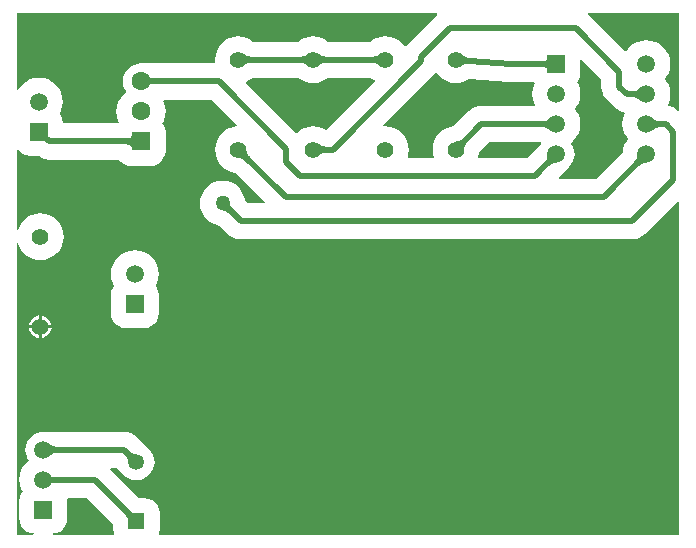
<source format=gbl>
G04 Layer_Physical_Order=2*
G04 Layer_Color=16711680*
%FSLAX25Y25*%
%MOIN*%
G70*
G01*
G75*
%ADD10C,0.02000*%
%ADD12C,0.05512*%
%ADD13R,0.06299X0.06299*%
%ADD14C,0.06299*%
%ADD15C,0.05905*%
%ADD16R,0.05905X0.05905*%
%ADD17R,0.05315X0.05315*%
%ADD18C,0.05315*%
%ADD19R,0.05905X0.05905*%
%ADD20C,0.05000*%
G36*
X182263Y233716D02*
X182289Y233466D01*
X182335Y233224D01*
X182399Y232988D01*
X182483Y232759D01*
X182587Y232538D01*
X182709Y232323D01*
X182851Y232116D01*
X183012Y231915D01*
X183192Y231722D01*
X181778Y230308D01*
X181585Y230488D01*
X181384Y230649D01*
X181177Y230791D01*
X180962Y230913D01*
X180741Y231017D01*
X180512Y231101D01*
X180277Y231165D01*
X180034Y231211D01*
X179784Y231237D01*
X179528Y231244D01*
X182256Y233972D01*
X182263Y233716D01*
D02*
G37*
G36*
X315471Y229547D02*
X315177Y229540D01*
X314893Y229513D01*
X314620Y229466D01*
X314356Y229399D01*
X314103Y229312D01*
X313860Y229205D01*
X313628Y229078D01*
X313405Y228930D01*
X313192Y228763D01*
X312990Y228576D01*
X311576Y229990D01*
X311763Y230192D01*
X311930Y230405D01*
X312077Y230627D01*
X312205Y230860D01*
X312312Y231103D01*
X312399Y231357D01*
X312466Y231620D01*
X312513Y231893D01*
X312540Y232177D01*
X312547Y232470D01*
X315471Y229547D01*
D02*
G37*
G36*
X285471D02*
X285177Y229540D01*
X284893Y229513D01*
X284620Y229466D01*
X284356Y229399D01*
X284103Y229312D01*
X283860Y229205D01*
X283628Y229078D01*
X283405Y228930D01*
X283192Y228763D01*
X282990Y228576D01*
X281576Y229990D01*
X281763Y230192D01*
X281930Y230405D01*
X282078Y230627D01*
X282205Y230860D01*
X282312Y231103D01*
X282399Y231357D01*
X282466Y231620D01*
X282513Y231893D01*
X282540Y232177D01*
X282547Y232470D01*
X285471Y229547D01*
D02*
G37*
G36*
X255692Y236278D02*
X255512Y236085D01*
X255351Y235884D01*
X255209Y235677D01*
X255087Y235462D01*
X254983Y235241D01*
X254899Y235012D01*
X254835Y234776D01*
X254789Y234534D01*
X254763Y234284D01*
X254756Y234028D01*
X252028Y236756D01*
X252284Y236763D01*
X252534Y236789D01*
X252777Y236835D01*
X253012Y236899D01*
X253241Y236983D01*
X253462Y237087D01*
X253677Y237209D01*
X253884Y237351D01*
X254085Y237512D01*
X254278Y237692D01*
X255692Y236278D01*
D02*
G37*
G36*
X206655Y235753D02*
X206850Y235595D01*
X207053Y235455D01*
X207266Y235334D01*
X207487Y235232D01*
X207716Y235149D01*
X207955Y235084D01*
X208202Y235037D01*
X208457Y235009D01*
X208722Y235000D01*
Y233000D01*
X208457Y232991D01*
X208202Y232963D01*
X207955Y232916D01*
X207716Y232851D01*
X207487Y232768D01*
X207266Y232665D01*
X207053Y232545D01*
X206850Y232405D01*
X206655Y232247D01*
X206468Y232071D01*
Y235929D01*
X206655Y235753D01*
D02*
G37*
G36*
X280378Y236283D02*
X280396Y235922D01*
X275747Y231273D01*
X259697D01*
X259400Y231675D01*
X259644Y232480D01*
X259713Y233187D01*
X262997Y236471D01*
X280238D01*
X280378Y236283D01*
D02*
G37*
G36*
X178978Y242196D02*
X178809Y241725D01*
X177980Y241644D01*
X176518Y241200D01*
X175170Y240480D01*
X173989Y239511D01*
X173020Y238330D01*
X172300Y236982D01*
X171856Y235520D01*
X171707Y234000D01*
X171856Y232480D01*
X172300Y231018D01*
X173020Y229670D01*
X173989Y228489D01*
X175170Y227520D01*
X176518Y226800D01*
X177980Y226356D01*
X178687Y226287D01*
X188383Y216591D01*
X188191Y216129D01*
X182697D01*
X181628Y217198D01*
X181591Y217570D01*
X181163Y218984D01*
X180466Y220287D01*
X179529Y221429D01*
X178387Y222366D01*
X177084Y223063D01*
X175670Y223492D01*
X174200Y223636D01*
X172730Y223492D01*
X171316Y223063D01*
X170013Y222366D01*
X168871Y221429D01*
X167934Y220287D01*
X167237Y218984D01*
X166808Y217570D01*
X166664Y216100D01*
X166808Y214630D01*
X167237Y213216D01*
X167934Y211913D01*
X168871Y210771D01*
X170013Y209834D01*
X171316Y209137D01*
X172730Y208709D01*
X173102Y208672D01*
X175937Y205837D01*
X176850Y205087D01*
X177893Y204530D01*
X179024Y204187D01*
X180200Y204071D01*
X310700D01*
X311876Y204187D01*
X313007Y204530D01*
X314050Y205087D01*
X314963Y205837D01*
X325991Y216864D01*
X326452Y216673D01*
Y105547D01*
X153211D01*
X152933Y105963D01*
X153029Y106195D01*
X153201Y107500D01*
Y112815D01*
X153029Y114120D01*
X152525Y115336D01*
X151724Y116381D01*
X150679Y117182D01*
X149463Y117686D01*
X148158Y117858D01*
X146326D01*
X136675Y127509D01*
X136866Y127971D01*
X138845D01*
X141237Y125579D01*
X142150Y124830D01*
X143193Y124273D01*
X144324Y123929D01*
X145500Y123814D01*
X146676Y123929D01*
X147807Y124273D01*
X148849Y124830D01*
X149763Y125579D01*
X150513Y126493D01*
X151070Y127535D01*
X151413Y128666D01*
X151529Y129843D01*
X151413Y131019D01*
X151070Y132150D01*
X150513Y133192D01*
X149763Y134106D01*
X145606Y138263D01*
X144692Y139013D01*
X143650Y139570D01*
X142519Y139913D01*
X141343Y140029D01*
X114500D01*
X113324Y139913D01*
X112193Y139570D01*
X111151Y139013D01*
X110237Y138263D01*
X109487Y137349D01*
X108930Y136307D01*
X108587Y135176D01*
X108471Y134000D01*
X108587Y132824D01*
X108930Y131693D01*
X109487Y130650D01*
X109721Y130366D01*
X108849Y129651D01*
X107855Y128440D01*
X107117Y127058D01*
X106662Y125559D01*
X106509Y124000D01*
X106662Y122441D01*
X107117Y120942D01*
X107605Y120029D01*
X107180Y119474D01*
X106676Y118258D01*
X106504Y116953D01*
Y111047D01*
X106676Y109742D01*
X107180Y108526D01*
X107981Y107481D01*
X109026Y106680D01*
X110242Y106176D01*
X111218Y106047D01*
X111185Y105547D01*
X105547D01*
Y202775D01*
X106047Y202850D01*
X106300Y202018D01*
X107020Y200670D01*
X107989Y199489D01*
X109170Y198520D01*
X110518Y197800D01*
X111980Y197356D01*
X113500Y197207D01*
X115020Y197356D01*
X116482Y197800D01*
X117830Y198520D01*
X119011Y199489D01*
X119980Y200670D01*
X120700Y202018D01*
X121144Y203480D01*
X121293Y205000D01*
X121144Y206520D01*
X120700Y207982D01*
X119980Y209330D01*
X119011Y210511D01*
X117830Y211480D01*
X116482Y212200D01*
X115020Y212644D01*
X113500Y212793D01*
X111980Y212644D01*
X110518Y212200D01*
X109170Y211480D01*
X107989Y210511D01*
X107020Y209330D01*
X106300Y207982D01*
X106047Y207151D01*
X105547Y207225D01*
Y233877D01*
X106047Y234047D01*
X106481Y233481D01*
X107526Y232680D01*
X108742Y232176D01*
X110047Y232004D01*
X112568D01*
X112934Y231704D01*
X113976Y231147D01*
X115107Y230803D01*
X116283Y230688D01*
X139758D01*
X140284Y230001D01*
X141329Y229200D01*
X142545Y228696D01*
X143850Y228524D01*
X150150D01*
X151455Y228696D01*
X152671Y229200D01*
X153716Y230001D01*
X154517Y231045D01*
X155021Y232262D01*
X155193Y233567D01*
Y239866D01*
X155021Y241172D01*
X154517Y242388D01*
X154169Y242841D01*
X154566Y243583D01*
X155032Y245119D01*
X155189Y246717D01*
X155032Y248314D01*
X154566Y249850D01*
X154347Y250259D01*
X154604Y250688D01*
X170486D01*
X178978Y242196D01*
D02*
G37*
G36*
X143527Y133242D02*
X143722Y133084D01*
X143921Y132945D01*
X144127Y132825D01*
X144337Y132723D01*
X144554Y132641D01*
X144775Y132578D01*
X145003Y132533D01*
X145235Y132507D01*
X145473Y132500D01*
X142843Y129869D01*
X142836Y130107D01*
X142810Y130340D01*
X142765Y130567D01*
X142701Y130789D01*
X142619Y131005D01*
X142518Y131216D01*
X142398Y131421D01*
X142259Y131621D01*
X142101Y131815D01*
X141924Y132004D01*
X143339Y133418D01*
X143527Y133242D01*
D02*
G37*
G36*
X143267Y113819D02*
X144003Y113194D01*
X144329Y112967D01*
X144626Y112796D01*
X144895Y112681D01*
X145135Y112624D01*
X145346Y112623D01*
X145529Y112678D01*
X145684Y112790D01*
X142868Y109974D01*
X142979Y110128D01*
X143035Y110311D01*
X143034Y110522D01*
X142976Y110763D01*
X142861Y111031D01*
X142691Y111328D01*
X142463Y111654D01*
X142179Y112008D01*
X141441Y112802D01*
X142856Y114216D01*
X143267Y113819D01*
D02*
G37*
G36*
X137799Y109332D02*
Y107500D01*
X137971Y106195D01*
X138067Y105963D01*
X137789Y105547D01*
X117815D01*
X117782Y106047D01*
X118758Y106176D01*
X119974Y106680D01*
X121019Y107481D01*
X121820Y108526D01*
X122324Y109742D01*
X122496Y111047D01*
Y116953D01*
X122411Y117595D01*
X122741Y117971D01*
X129160D01*
X137799Y109332D01*
D02*
G37*
G36*
X300471Y257503D02*
Y255000D01*
X300587Y253824D01*
X300930Y252693D01*
X301487Y251651D01*
X302237Y250737D01*
X304737Y248237D01*
X305650Y247487D01*
X306693Y246930D01*
X307824Y246587D01*
X308177Y246552D01*
X308413Y246111D01*
X308117Y245558D01*
X307662Y244059D01*
X307509Y242500D01*
X307662Y240941D01*
X308117Y239442D01*
X308856Y238060D01*
X309315Y237500D01*
X308856Y236940D01*
X308117Y235558D01*
X307662Y234059D01*
X307567Y233094D01*
X298747Y224273D01*
X286453D01*
X286261Y224735D01*
X289763Y228237D01*
X290513Y229151D01*
X291070Y230193D01*
X291413Y231324D01*
X291529Y232500D01*
X291413Y233676D01*
X291070Y234807D01*
X290513Y235849D01*
X290279Y236134D01*
X291151Y236849D01*
X292144Y238060D01*
X292883Y239442D01*
X293338Y240941D01*
X293491Y242500D01*
X293338Y244059D01*
X292883Y245558D01*
X292144Y246940D01*
X291685Y247500D01*
X292144Y248060D01*
X292883Y249442D01*
X293338Y250941D01*
X293491Y252500D01*
X293338Y254059D01*
X292883Y255558D01*
X292395Y256471D01*
X292820Y257026D01*
X293324Y258242D01*
X293496Y259547D01*
Y263825D01*
X293958Y264016D01*
X300471Y257503D01*
D02*
G37*
G36*
X176707Y215866D02*
X176732Y215661D01*
X176775Y215459D01*
X176837Y215259D01*
X176917Y215063D01*
X177015Y214869D01*
X177131Y214679D01*
X177265Y214492D01*
X177417Y214307D01*
X177588Y214126D01*
X176174Y212712D01*
X175993Y212883D01*
X175808Y213035D01*
X175621Y213169D01*
X175431Y213285D01*
X175237Y213383D01*
X175041Y213463D01*
X174841Y213525D01*
X174639Y213568D01*
X174434Y213593D01*
X174225Y213600D01*
X176700Y216075D01*
X176707Y215866D01*
D02*
G37*
G36*
X116821Y135864D02*
X117041Y135683D01*
X117268Y135523D01*
X117501Y135384D01*
X117742Y135267D01*
X117990Y135171D01*
X118244Y135096D01*
X118506Y135043D01*
X118774Y135011D01*
X119050Y135000D01*
Y133000D01*
X118774Y132989D01*
X118506Y132957D01*
X118244Y132904D01*
X117990Y132829D01*
X117742Y132733D01*
X117501Y132616D01*
X117268Y132477D01*
X117041Y132317D01*
X116821Y132136D01*
X116609Y131933D01*
Y136067D01*
X116821Y135864D01*
D02*
G37*
G36*
X143875Y234717D02*
X143855Y234907D01*
X143795Y235077D01*
X143694Y235227D01*
X143553Y235357D01*
X143372Y235467D01*
X143151Y235557D01*
X142889Y235627D01*
X142588Y235677D01*
X142246Y235707D01*
X141863Y235717D01*
Y237717D01*
X142246Y237727D01*
X142588Y237757D01*
X142889Y237807D01*
X143151Y237877D01*
X143372Y237967D01*
X143553Y238077D01*
X143694Y238207D01*
X143795Y238357D01*
X143855Y238527D01*
X143875Y238717D01*
Y234717D01*
D02*
G37*
G36*
X206655Y265753D02*
X206850Y265595D01*
X207053Y265455D01*
X207266Y265335D01*
X207487Y265232D01*
X207716Y265149D01*
X207955Y265084D01*
X208202Y265037D01*
X208457Y265009D01*
X208722Y265000D01*
Y263000D01*
X208457Y262991D01*
X208202Y262963D01*
X207955Y262916D01*
X207716Y262851D01*
X207487Y262768D01*
X207266Y262666D01*
X207053Y262545D01*
X206850Y262405D01*
X206655Y262247D01*
X206468Y262071D01*
Y265929D01*
X206655Y265753D01*
D02*
G37*
G36*
X202532Y262071D02*
X202345Y262247D01*
X202150Y262405D01*
X201947Y262545D01*
X201734Y262666D01*
X201513Y262768D01*
X201284Y262851D01*
X201045Y262916D01*
X200798Y262963D01*
X200543Y262991D01*
X200278Y263000D01*
Y265000D01*
X200543Y265009D01*
X200798Y265037D01*
X201045Y265084D01*
X201284Y265149D01*
X201513Y265232D01*
X201734Y265335D01*
X201947Y265455D01*
X202150Y265595D01*
X202345Y265753D01*
X202532Y265929D01*
Y262071D01*
D02*
G37*
G36*
X181655Y265753D02*
X181850Y265595D01*
X182053Y265455D01*
X182266Y265335D01*
X182487Y265232D01*
X182717Y265149D01*
X182955Y265084D01*
X183202Y265037D01*
X183457Y265009D01*
X183722Y265000D01*
Y263000D01*
X183457Y262991D01*
X183202Y262963D01*
X182955Y262916D01*
X182717Y262851D01*
X182487Y262768D01*
X182266Y262666D01*
X182053Y262545D01*
X181850Y262405D01*
X181655Y262247D01*
X181468Y262071D01*
Y265929D01*
X181655Y265753D01*
D02*
G37*
G36*
X245781Y278982D02*
X245637Y278863D01*
X236037Y269263D01*
X235438Y268534D01*
X235362Y268500D01*
X234913Y268493D01*
X234816Y268529D01*
X234011Y269511D01*
X232830Y270480D01*
X231482Y271200D01*
X230020Y271644D01*
X228500Y271793D01*
X226980Y271644D01*
X225518Y271200D01*
X224170Y270480D01*
X223621Y270029D01*
X209379D01*
X208830Y270480D01*
X207482Y271200D01*
X206020Y271644D01*
X204500Y271793D01*
X202980Y271644D01*
X201518Y271200D01*
X200170Y270480D01*
X199621Y270029D01*
X184379D01*
X183830Y270480D01*
X182482Y271200D01*
X181020Y271644D01*
X179500Y271793D01*
X177980Y271644D01*
X176518Y271200D01*
X175170Y270480D01*
X173989Y269511D01*
X173020Y268330D01*
X172300Y266982D01*
X171856Y265520D01*
X171707Y264000D01*
X171794Y263116D01*
X171458Y262746D01*
X147000D01*
X145824Y262630D01*
X144693Y262287D01*
X143650Y261730D01*
X142737Y260980D01*
X141987Y260066D01*
X141430Y259024D01*
X141087Y257893D01*
X140971Y256717D01*
X141087Y255540D01*
X141430Y254409D01*
X141987Y253367D01*
X142096Y253235D01*
X141209Y252507D01*
X140191Y251266D01*
X139434Y249850D01*
X138968Y248314D01*
X138811Y246717D01*
X138968Y245119D01*
X139434Y243583D01*
X139614Y243246D01*
X139315Y242746D01*
X120996D01*
Y242953D01*
X120824Y244258D01*
X120320Y245474D01*
X119895Y246029D01*
X120383Y246942D01*
X120838Y248441D01*
X120991Y250000D01*
X120838Y251559D01*
X120383Y253058D01*
X119644Y254440D01*
X118651Y255651D01*
X117440Y256645D01*
X116058Y257383D01*
X114559Y257838D01*
X113000Y257991D01*
X111441Y257838D01*
X109942Y257383D01*
X108560Y256645D01*
X107349Y255651D01*
X106356Y254440D01*
X106047Y253863D01*
X105547Y253989D01*
Y279452D01*
X245613D01*
X245781Y278982D01*
D02*
G37*
G36*
X254291Y265571D02*
X254472Y265397D01*
X254664Y265242D01*
X254866Y265104D01*
X255078Y264984D01*
X255300Y264882D01*
X255532Y264798D01*
X255774Y264731D01*
X256027Y264683D01*
X256289Y264652D01*
X256126Y262659D01*
X255862Y262671D01*
X255605Y262664D01*
X255355Y262638D01*
X255112Y262592D01*
X254876Y262528D01*
X254648Y262444D01*
X254426Y262341D01*
X254212Y262219D01*
X254004Y262077D01*
X253804Y261916D01*
X254119Y265762D01*
X254291Y265571D01*
D02*
G37*
G36*
X226532Y262071D02*
X226345Y262247D01*
X226150Y262405D01*
X225947Y262545D01*
X225734Y262666D01*
X225513Y262768D01*
X225284Y262851D01*
X225045Y262916D01*
X224798Y262963D01*
X224543Y262991D01*
X224278Y263000D01*
Y265000D01*
X224543Y265009D01*
X224798Y265037D01*
X225045Y265084D01*
X225284Y265149D01*
X225513Y265232D01*
X225734Y265335D01*
X225947Y265455D01*
X226150Y265595D01*
X226345Y265753D01*
X226532Y265929D01*
Y262071D01*
D02*
G37*
G36*
X282572Y260500D02*
X282552Y260690D01*
X282492Y260860D01*
X282391Y261010D01*
X282250Y261140D01*
X282069Y261250D01*
X281848Y261340D01*
X281586Y261410D01*
X281285Y261460D01*
X280943Y261490D01*
X280560Y261500D01*
Y263500D01*
X280943Y263510D01*
X281285Y263540D01*
X281586Y263590D01*
X281848Y263660D01*
X282069Y263750D01*
X282250Y263860D01*
X282391Y263990D01*
X282492Y264140D01*
X282552Y264310D01*
X282572Y264500D01*
Y260500D01*
D02*
G37*
G36*
X317821Y244364D02*
X318041Y244183D01*
X318268Y244023D01*
X318501Y243884D01*
X318742Y243767D01*
X318989Y243671D01*
X319244Y243596D01*
X319506Y243543D01*
X319774Y243511D01*
X320050Y243500D01*
Y241500D01*
X319774Y241489D01*
X319506Y241457D01*
X319244Y241404D01*
X318989Y241329D01*
X318742Y241233D01*
X318501Y241116D01*
X318268Y240977D01*
X318041Y240817D01*
X317821Y240636D01*
X317609Y240433D01*
Y244567D01*
X317821Y244364D01*
D02*
G37*
G36*
X326452Y247255D02*
X325953Y247018D01*
X325349Y247513D01*
X324307Y248070D01*
X323176Y248413D01*
X322823Y248448D01*
X322587Y248889D01*
X322883Y249442D01*
X323338Y250941D01*
X323491Y252500D01*
X323338Y254059D01*
X322883Y255558D01*
X322145Y256940D01*
X321685Y257500D01*
X322145Y258060D01*
X322883Y259442D01*
X323338Y260941D01*
X323491Y262500D01*
X323338Y264059D01*
X322883Y265558D01*
X322145Y266940D01*
X321151Y268151D01*
X319940Y269145D01*
X318558Y269883D01*
X317059Y270338D01*
X315500Y270491D01*
X313941Y270338D01*
X312442Y269883D01*
X311060Y269145D01*
X309849Y268151D01*
X308856Y266940D01*
X308786Y266809D01*
X308291Y266735D01*
X296163Y278863D01*
X296019Y278982D01*
X296187Y279452D01*
X326452D01*
Y247255D01*
D02*
G37*
G36*
X245584Y259592D02*
X246489Y258489D01*
X247670Y257520D01*
X249018Y256800D01*
X250480Y256356D01*
X252000Y256207D01*
X253520Y256356D01*
X254982Y256800D01*
X256330Y257520D01*
X256414Y257589D01*
X269808Y256491D01*
X270054Y256495D01*
X270300Y256471D01*
X278119D01*
X278376Y256042D01*
X278117Y255558D01*
X277662Y254059D01*
X277509Y252500D01*
X277662Y250941D01*
X278117Y249442D01*
X278376Y248958D01*
X278119Y248529D01*
X260500D01*
X260500Y248529D01*
X259324Y248413D01*
X258193Y248070D01*
X257151Y247513D01*
X256237Y246763D01*
X256237Y246763D01*
X251187Y241713D01*
X250480Y241644D01*
X249018Y241200D01*
X247670Y240480D01*
X246489Y239511D01*
X245520Y238330D01*
X244800Y236982D01*
X244356Y235520D01*
X244207Y234000D01*
X244356Y232480D01*
X244601Y231675D01*
X244303Y231273D01*
X236197D01*
X235899Y231675D01*
X236144Y232480D01*
X236293Y234000D01*
X236144Y235520D01*
X235700Y236982D01*
X234980Y238330D01*
X234011Y239511D01*
X232830Y240480D01*
X231482Y241200D01*
X230020Y241644D01*
X228500Y241793D01*
X227818Y241726D01*
X227605Y242178D01*
X244563Y259137D01*
X244972Y259635D01*
X245272Y259654D01*
X245584Y259592D01*
D02*
G37*
G36*
X224170Y257520D02*
X224923Y257118D01*
X224997Y256623D01*
X208843Y240469D01*
X208830Y240480D01*
X207482Y241200D01*
X206020Y241644D01*
X204500Y241793D01*
X202980Y241644D01*
X201518Y241200D01*
X200170Y240480D01*
X198989Y239511D01*
X198728Y239498D01*
X182016Y256210D01*
X182138Y256695D01*
X182482Y256800D01*
X183830Y257520D01*
X184379Y257971D01*
X199621D01*
X200170Y257520D01*
X201518Y256800D01*
X202980Y256356D01*
X204500Y256207D01*
X206020Y256356D01*
X207482Y256800D01*
X208830Y257520D01*
X209379Y257971D01*
X223621D01*
X224170Y257520D01*
D02*
G37*
G36*
X313391Y250433D02*
X313179Y250636D01*
X312959Y250817D01*
X312732Y250977D01*
X312499Y251116D01*
X312258Y251233D01*
X312011Y251329D01*
X311756Y251404D01*
X311494Y251457D01*
X311226Y251489D01*
X310950Y251500D01*
Y253500D01*
X311226Y253511D01*
X311494Y253543D01*
X311756Y253596D01*
X312011Y253671D01*
X312258Y253767D01*
X312499Y253884D01*
X312732Y254023D01*
X312959Y254183D01*
X313179Y254364D01*
X313391Y254567D01*
Y250433D01*
D02*
G37*
G36*
X283391Y240433D02*
X283179Y240636D01*
X282959Y240817D01*
X282732Y240977D01*
X282499Y241116D01*
X282258Y241233D01*
X282011Y241329D01*
X281756Y241404D01*
X281494Y241457D01*
X281226Y241489D01*
X280950Y241500D01*
Y243500D01*
X281226Y243511D01*
X281494Y243543D01*
X281756Y243596D01*
X282011Y243671D01*
X282258Y243767D01*
X282499Y243884D01*
X282732Y244023D01*
X282959Y244183D01*
X283179Y244364D01*
X283391Y244567D01*
Y240433D01*
D02*
G37*
%LPC*%
G36*
X113000Y174500D02*
X109777D01*
X109841Y174020D01*
X110219Y173106D01*
X110821Y172321D01*
X111606Y171719D01*
X112520Y171341D01*
X113000Y171277D01*
Y174500D01*
D02*
G37*
G36*
Y178723D02*
X112520Y178659D01*
X111606Y178281D01*
X110821Y177679D01*
X110219Y176894D01*
X109841Y175980D01*
X109777Y175500D01*
X113000D01*
Y178723D01*
D02*
G37*
G36*
X114000D02*
Y175500D01*
X117222D01*
X117159Y175980D01*
X116781Y176894D01*
X116179Y177679D01*
X115394Y178281D01*
X114480Y178659D01*
X114000Y178723D01*
D02*
G37*
G36*
X117222Y174500D02*
X114000D01*
Y171277D01*
X114480Y171341D01*
X115394Y171719D01*
X116179Y172321D01*
X116781Y173106D01*
X117159Y174020D01*
X117222Y174500D01*
D02*
G37*
G36*
X145000Y200491D02*
X143441Y200338D01*
X141942Y199883D01*
X140560Y199144D01*
X139349Y198151D01*
X138356Y196940D01*
X137617Y195558D01*
X137162Y194059D01*
X137009Y192500D01*
X137162Y190941D01*
X137617Y189442D01*
X138105Y188529D01*
X137680Y187974D01*
X137176Y186758D01*
X137004Y185453D01*
Y179547D01*
X137176Y178242D01*
X137680Y177026D01*
X138481Y175981D01*
X139526Y175180D01*
X140742Y174676D01*
X142047Y174504D01*
X147953D01*
X149258Y174676D01*
X150474Y175180D01*
X151519Y175981D01*
X152320Y177026D01*
X152824Y178242D01*
X152996Y179547D01*
Y185453D01*
X152824Y186758D01*
X152320Y187974D01*
X151895Y188529D01*
X152383Y189442D01*
X152838Y190941D01*
X152991Y192500D01*
X152838Y194059D01*
X152383Y195558D01*
X151645Y196940D01*
X150651Y198151D01*
X149440Y199144D01*
X148058Y199883D01*
X146559Y200338D01*
X145000Y200491D01*
D02*
G37*
%LPD*%
D10*
X204500Y264000D02*
X228500D01*
X179500D02*
X204500D01*
X260500Y242500D02*
X285500D01*
X252000Y234000D02*
X260500Y242500D01*
X174200Y216100D02*
X180200Y210100D01*
X310700D01*
X324500Y223900D01*
Y240000D01*
X322000Y242500D02*
X324500Y240000D01*
X315500Y242500D02*
X322000D01*
X204500Y234000D02*
X210900D01*
X240300Y263400D01*
Y265000D01*
X249900Y274600D01*
X291900D01*
X306500Y260000D01*
Y255000D02*
Y260000D01*
Y255000D02*
X309000Y252500D01*
X315500D01*
X252000Y264000D02*
X270300Y262500D01*
X285500D01*
X179500Y234000D02*
X195256Y218244D01*
X301244D01*
X315500Y232500D01*
X113000Y240000D02*
X116283Y236717D01*
X147000D01*
X141343Y134000D02*
X145500Y129843D01*
X114500Y134000D02*
X141343D01*
X278244Y225244D02*
X285500Y232500D01*
X200000Y225244D02*
X278244D01*
X195356Y229888D02*
X200000Y225244D01*
X195356Y229888D02*
Y234344D01*
X172983Y256717D02*
X195356Y234344D01*
X147000Y256717D02*
X172983D01*
X131657Y124000D02*
X145500Y110157D01*
X114500Y124000D02*
X131657D01*
D12*
X113500Y175000D02*
D03*
Y205000D02*
D03*
X179500Y234000D02*
D03*
Y264000D02*
D03*
X252000Y234000D02*
D03*
Y264000D02*
D03*
X204500D02*
D03*
Y234000D02*
D03*
X228500Y264000D02*
D03*
Y234000D02*
D03*
D13*
X147000Y236717D02*
D03*
D14*
Y246717D02*
D03*
Y256717D02*
D03*
D15*
X145000Y192500D02*
D03*
X315500Y232500D02*
D03*
Y242500D02*
D03*
Y252500D02*
D03*
Y262500D02*
D03*
X285500Y232500D02*
D03*
Y242500D02*
D03*
Y252500D02*
D03*
X114500Y134000D02*
D03*
Y124000D02*
D03*
X113000Y250000D02*
D03*
D16*
X145000Y182500D02*
D03*
X114500Y114000D02*
D03*
X113000Y240000D02*
D03*
D17*
X145500Y110157D02*
D03*
D18*
Y129843D02*
D03*
D19*
X285500Y262500D02*
D03*
D20*
X174200Y216100D02*
D03*
M02*

</source>
